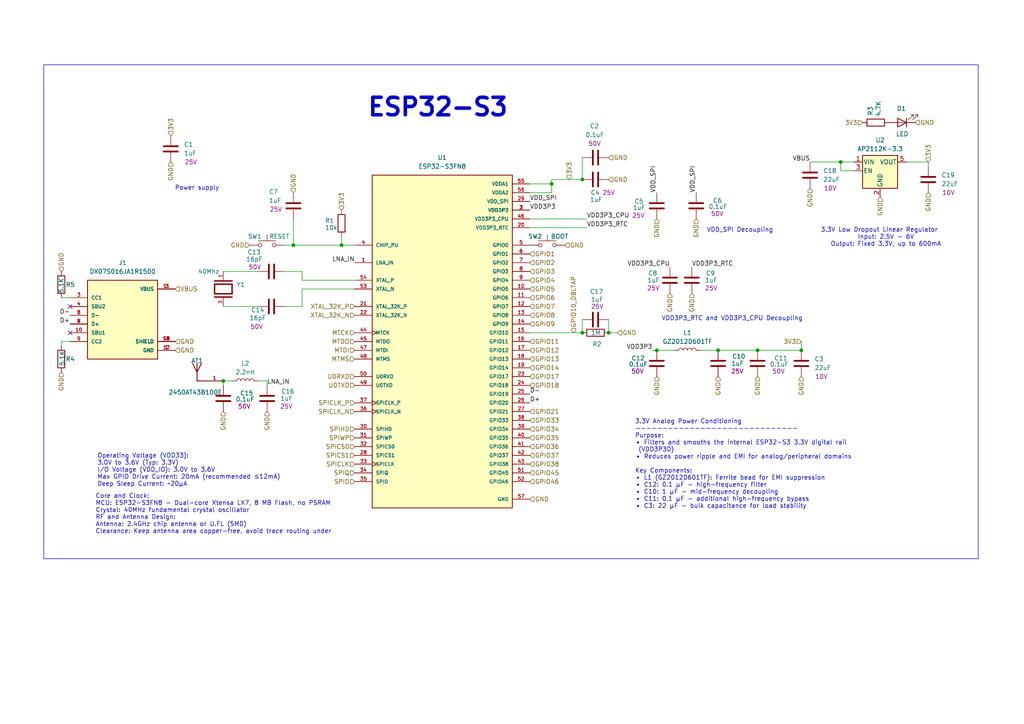
<source format=kicad_sch>
(kicad_sch (version 20250114) (generator "eeschema") (generator_version "9.0")
  (paper "A4")
  (lib_symbols
    (symbol "Device:R" (pin_numbers (hide yes)) (pin_names (offset 0))
      (property "Reference" "R" (at 2.032 0 90))
      (property "Value" "R" (at 0 0 90))
      (symbol "R_0_1"
        (rectangle (start -1.016 -2.54) (end 1.016 2.54) (stroke (width 0.254)))
      )
      (symbol "R_1_1"
        (pin passive line (at 0 3.81 270) (length 1.27) (name "~") (number "1"))
        (pin passive line (at 0 -3.81 90) (length 1.27) (name "~") (number "2"))
      )
    )
    (symbol "Library:2450AT43B100E" (pin_names (offset 1.016))
      (property "Reference" "AT" (at 2.5431 5.0861 0))
      (property "Value" "2450AT43B100E" (at 2.5475 -5.095 0))
      (symbol "2450AT43B100E_0_0"
        (polyline (pts (xy 0 2.54) (xy -1.27 5.08)) (stroke (width 0.254)))
        (polyline (pts (xy 0 2.54) (xy 0 5.08)) (stroke (width 0.254)))
        (polyline (pts (xy 0 2.54) (xy 1.27 5.08)) (stroke (width 0.254)))
        (polyline (pts (xy 0 0) (xy 0 2.54)) (stroke (width 0.254)))
        (polyline (pts (xy 0 0) (xy 2.54 0)) (stroke (width 0.254)))
        (pin passive line (at 7.62 0 180) (length 5.08) (name "~") (number "1"))
      )
    )
    (symbol "Library:C" (pin_numbers (hide yes)) (pin_names (offset 0.254))
      (property "Reference" "C" (at 0.635 2.54 0))
      (property "Value" "C" (at 0.635 -2.54 0))
      (symbol "C_0_1"
        (polyline (pts (xy -2.032 0.762) (xy 2.032 0.762)) (stroke (width 0.508)))
        (polyline (pts (xy -2.032 -0.762) (xy 2.032 -0.762)) (stroke (width 0.508)))
      )
      (symbol "C_1_1"
        (pin passive line (at 0 3.81 270) (length 2.794) (name "~") (number "1"))
        (pin passive line (at 0 -3.81 90) (length 2.794) (name "~") (number "2"))
      )
    )
    (symbol "Library:DX07S016JA1R1500" (pin_names (offset 1.016))
      (property "Reference" "J" (at -10.16 11.43 0))
      (property "Value" "DX07S016JA1R1500" (at -10.16 -13.97 0))
      (symbol "DX07S016JA1R1500_0_0"
        (rectangle (start -10.16 -12.7) (end 10.16 10.16) (stroke (width 0.254)) (fill (type background)))
        (pin passive line (at -15.24 5.08 0) (length 5.08) (name "CC1") (number "3"))
        (pin passive line (at -15.24 2.54 0) (length 5.08) (name "SBU2") (number "4"))
        (pin passive line (at -15.24 0 0) (length 5.08) (name "D-") (number "5"))
        (pin passive line (at -15.24 0 0) (length 5.08) (name "D-") (number "8"))
        (pin passive line (at -15.24 -2.54 0) (length 5.08) (name "D+") (number "6"))
        (pin passive line (at -15.24 -2.54 0) (length 5.08) (name "D+") (number "7"))
        (pin passive line (at -15.24 -5.08 0) (length 5.08) (name "SBU1") (number "10"))
        (pin passive line (at -15.24 -7.62 0) (length 5.08) (name "CC2") (number "9"))
        (pin power_in line (at 15.24 7.62 180) (length 5.08) (name "VBUS") (number "11"))
        (pin power_in line (at 15.24 7.62 180) (length 5.08) (name "VBUS") (number "2"))
        (pin passive line (at 15.24 -7.62 180) (length 5.08) (name "SHIELD") (number "S1"))
        (pin passive line (at 15.24 -7.62 180) (length 5.08) (name "SHIELD") (number "S2"))
        (pin passive line (at 15.24 -7.62 180) (length 5.08) (name "SHIELD") (number "S3"))
        (pin passive line (at 15.24 -7.62 180) (length 5.08) (name "SHIELD") (number "S4"))
        (pin passive line (at 15.24 -7.62 180) (length 5.08) (name "SHIELD") (number "S5"))
        (pin passive line (at 15.24 -7.62 180) (length 5.08) (name "SHIELD") (number "S6"))
        (pin power_in line (at 15.24 -10.16 180) (length 5.08) (name "GND") (number "1"))
        (pin power_in line (at 15.24 -10.16 180) (length 5.08) (name "GND") (number "12"))
      )
    )
    (symbol "Library:ESP32-S3FN8" (pin_names (offset 1.016))
      (property "Reference" "U" (at -20.32 49.53 0))
      (property "Value" "ESP32-S3FN8" (at -20.32 -49.53 0))
      (symbol "ESP32-S3FN8_0_0"
        (rectangle (start -20.32 -48.26) (end 20.32 48.26) (stroke (width 0.254)) (fill (type background)))
        (pin input line (at -25.4 27.94 0) (length 5.08) (name "CHIP_PU") (number "4"))
        (pin bidirectional line (at -25.4 22.86 0) (length 5.08) (name "LNA_IN") (number "1"))
        (pin input line (at -25.4 17.78 0) (length 5.08) (name "XTAL_P") (number "54"))
        (pin output line (at -25.4 15.24 0) (length 5.08) (name "XTAL_N") (number "53"))
        (pin bidirectional line (at -25.4 10.16 0) (length 5.08) (name "XTAL_32K_P") (number "21"))
        (pin bidirectional line (at -25.4 7.62 0) (length 5.08) (name "XTAL_32K_N") (number "22"))
        (pin bidirectional clock (at -25.4 2.54 0) (length 5.08) (name "MTCK") (number "44"))
        (pin bidirectional line (at -25.4 0 0) (length 5.08) (name "MTDO") (number "45"))
        (pin bidirectional line (at -25.4 -2.54 0) (length 5.08) (name "MTDI") (number "47"))
        (pin bidirectional line (at -25.4 -5.08 0) (length 5.08) (name "MTMS") (number "48"))
        (pin bidirectional line (at -25.4 -10.16 0) (length 5.08) (name "U0RXD") (number "50"))
        (pin bidirectional line (at -25.4 -12.7 0) (length 5.08) (name "U0TXD") (number "49"))
        (pin bidirectional clock (at -25.4 -17.78 0) (length 5.08) (name "SPICLK_P") (number "37"))
        (pin bidirectional clock (at -25.4 -20.32 0) (length 5.08) (name "SPICLK_N") (number "36"))
        (pin bidirectional line (at -25.4 -25.4 0) (length 5.08) (name "SPIHD") (number "30"))
        (pin bidirectional line (at -25.4 -27.94 0) (length 5.08) (name "SPIWP") (number "31"))
        (pin bidirectional line (at -25.4 -30.48 0) (length 5.08) (name "SPICS0") (number "32"))
        (pin bidirectional line (at -25.4 -33.02 0) (length 5.08) (name "SPICS1") (number "28"))
        (pin bidirectional clock (at -25.4 -35.56 0) (length 5.08) (name "SPICLK") (number "33"))
        (pin bidirectional line (at -25.4 -38.1 0) (length 5.08) (name "SPIQ") (number "34"))
        (pin bidirectional line (at -25.4 -40.64 0) (length 5.08) (name "SPID") (number "35"))
        (pin power_in line (at 25.4 45.72 180) (length 5.08) (name "VDDA1") (number "55"))
        (pin power_in line (at 25.4 43.18 180) (length 5.08) (name "VDDA2") (number "56"))
        (pin power_in line (at 25.4 40.64 180) (length 5.08) (name "VDD_SPI") (number "29"))
        (pin power_in line (at 25.4 38.1 180) (length 5.08) (name "VDD3P3") (number "2"))
        (pin power_in line (at 25.4 38.1 180) (length 5.08) (name "VDD3P3") (number "3"))
        (pin power_in line (at 25.4 35.56 180) (length 5.08) (name "VDD3P3_CPU") (number "46"))
        (pin power_in line (at 25.4 33.02 180) (length 5.08) (name "VDD3P3_RTC") (number "20"))
        (pin bidirectional line (at 25.4 27.94 180) (length 5.08) (name "GPIO0") (number "5"))
        (pin bidirectional line (at 25.4 25.4 180) (length 5.08) (name "GPIO1") (number "6"))
        (pin bidirectional line (at 25.4 22.86 180) (length 5.08) (name "GPIO2") (number "7"))
        (pin bidirectional line (at 25.4 20.32 180) (length 5.08) (name "GPIO3") (number "8"))
        (pin bidirectional line (at 25.4 17.78 180) (length 5.08) (name "GPIO4") (number "9"))
        (pin bidirectional line (at 25.4 15.24 180) (length 5.08) (name "GPIO5") (number "10"))
        (pin bidirectional line (at 25.4 12.7 180) (length 5.08) (name "GPIO6") (number "11"))
        (pin bidirectional line (at 25.4 10.16 180) (length 5.08) (name "GPIO7") (number "12"))
        (pin bidirectional line (at 25.4 7.62 180) (length 5.08) (name "GPIO8") (number "13"))
        (pin bidirectional line (at 25.4 5.08 180) (length 5.08) (name "GPIO9") (number "14"))
        (pin bidirectional line (at 25.4 2.54 180) (length 5.08) (name "GPIO10") (number "15"))
        (pin bidirectional line (at 25.4 0 180) (length 5.08) (name "GPIO11") (number "16"))
        (pin bidirectional line (at 25.4 -2.54 180) (length 5.08) (name "GPIO12") (number "17"))
        (pin bidirectional line (at 25.4 -5.08 180) (length 5.08) (name "GPIO13") (number "18"))
        (pin bidirectional line (at 25.4 -7.62 180) (length 5.08) (name "GPIO14") (number "19"))
        (pin bidirectional line (at 25.4 -10.16 180) (length 5.08) (name "GPIO17") (number "23"))
        (pin bidirectional line (at 25.4 -12.7 180) (length 5.08) (name "GPIO18") (number "24"))
        (pin bidirectional line (at 25.4 -15.24 180) (length 5.08) (name "GPIO19") (number "25"))
        (pin bidirectional line (at 25.4 -17.78 180) (length 5.08) (name "GPIO20") (number "26"))
        (pin bidirectional line (at 25.4 -20.32 180) (length 5.08) (name "GPIO21") (number "27"))
        (pin bidirectional line (at 25.4 -22.86 180) (length 5.08) (name "GPIO33") (number "38"))
        (pin bidirectional line (at 25.4 -25.4 180) (length 5.08) (name "GPIO34") (number "39"))
        (pin bidirectional line (at 25.4 -27.94 180) (length 5.08) (name "GPIO35") (number "40"))
        (pin bidirectional line (at 25.4 -30.48 180) (length 5.08) (name "GPIO36") (number "41"))
        (pin bidirectional line (at 25.4 -33.02 180) (length 5.08) (name "GPIO37") (number "42"))
        (pin bidirectional line (at 25.4 -35.56 180) (length 5.08) (name "GPIO38") (number "43"))
        (pin bidirectional line (at 25.4 -38.1 180) (length 5.08) (name "GPIO45") (number "51"))
        (pin bidirectional line (at 25.4 -40.64 180) (length 5.08) (name "GPIO46") (number "52"))
        (pin power_in line (at 25.4 -45.72 180) (length 5.08) (name "GND") (number "57"))
      )
    )
    (symbol "Library:L" (pin_numbers (hide yes)) (pin_names (offset 1.016) (hide yes))
      (property "Reference" "L" (at -1.27 0 90))
      (property "Value" "L" (at 1.905 0 90))
      (symbol "L_0_1"
        (arc (start 0 2.54) (mid 0.6323 1.905) (end 0 1.27))
        (arc (start 0 1.27) (mid 0.6323 0.635) (end 0 0))
        (arc (start 0 0) (mid 0.6323 -0.635) (end 0 -1.27))
        (arc (start 0 -1.27) (mid 0.6323 -1.905) (end 0 -2.54))
      )
      (symbol "L_1_1"
        (pin passive line (at 0 3.81 270) (length 1.27) (name "1") (number "1"))
        (pin passive line (at 0 -3.81 90) (length 1.27) (name "2") (number "2"))
      )
    )
    (symbol "Library:LED" (pin_numbers (hide yes)) (pin_names (offset 1.016) (hide yes))
      (property "Reference" "D" (at 0 2.54 0))
      (property "Value" "LED" (at 0 -2.54 0))
      (symbol "LED_0_1"
        (polyline (pts (xy -3.048 -0.762) (xy -4.572 -2.286) (xy -3.81 -2.286) (xy -4.572 -2.286) (xy -4.572 -1.524)))
        (polyline (pts (xy -1.778 -0.762) (xy -3.302 -2.286) (xy -2.54 -2.286) (xy -3.302 -2.286) (xy -3.302 -1.524)))
        (polyline (pts (xy -1.27 0) (xy 1.27 0)))
        (polyline (pts (xy -1.27 -1.27) (xy -1.27 1.27)) (stroke (width 0.254)))
        (polyline (pts (xy 1.27 -1.27) (xy 1.27 1.27) (xy -1.27 0) (xy 1.27 -1.27)) (stroke (width 0.254)))
      )
      (symbol "LED_1_1"
        (pin passive line (at -3.81 0 0) (length 2.54) (name "K") (number "1"))
        (pin passive line (at 3.81 0 180) (length 2.54) (name "A") (number "2"))
      )
    )
    (symbol "Library:R" (pin_numbers (hide yes)) (pin_names (offset 0))
      (property "Reference" "R" (at 2.032 0 90))
      (property "Value" "R" (at 0 0 90))
      (symbol "R_0_1"
        (rectangle (start -1.016 -2.54) (end 1.016 2.54) (stroke (width 0.254)))
      )
      (symbol "R_1_1"
        (pin passive line (at 0 3.81 270) (length 1.27) (name "~") (number "1"))
        (pin passive line (at 0 -3.81 90) (length 1.27) (name "~") (number "2"))
      )
    )
    (symbol "Library:SW_Push" (pin_numbers (hide yes)) (pin_names (offset 1.016) (hide yes))
      (property "Reference" "SW" (at 1.27 2.54 0))
      (property "Value" "SW_Push" (at 0 -1.524 0))
      (symbol "SW_Push_0_1"
        (circle (center -2.032 0) (radius 0.508))
        (polyline (pts (xy 0 1.27) (xy 0 3.048)))
        (circle (center 2.032 0) (radius 0.508))
        (polyline (pts (xy 2.54 1.27) (xy -2.54 1.27)))
        (pin passive line (at -5.08 0 0) (length 2.54) (name "1") (number "1"))
        (pin passive line (at 5.08 0 180) (length 2.54) (name "2") (number "2"))
      )
    )
    (symbol "Library:SXT32412CC38-40.000MT" (pin_names (offset 1.016))
      (property "Reference" "Y" (at -5.0878 3.8159 0))
      (property "Value" "SXT32412CC38-40.000MT" (at -5.0944 -5.0944 0))
      (symbol "SXT32412CC38-40.000MT_0_0"
        (polyline (pts (xy -2.3368 2.54) (xy -2.3368 -2.54)) (stroke (width 0.4064)))
        (polyline (pts (xy -1.397 2.54) (xy -1.397 -2.54)) (stroke (width 0.4064)))
        (polyline (pts (xy -1.397 2.54) (xy 1.397 2.54)) (stroke (width 0.4064)))
        (polyline (pts (xy 1.397 2.54) (xy 1.397 -2.54)) (stroke (width 0.4064)))
        (polyline (pts (xy 1.397 -2.54) (xy -1.397 -2.54)) (stroke (width 0.4064)))
        (polyline (pts (xy 2.3368 2.54) (xy 2.3368 -2.54)) (stroke (width 0.4064)))
        (pin passive line (at -5.08 0 0) (length 2.54) (name "~") (number "1"))
        (pin passive line (at 5.08 0 180) (length 2.54) (name "~") (number "3"))
      )
    )
    (symbol "Regulator_Linear:AP2112K-3.3" (pin_names (offset 0.254))
      (property "Reference" "U" (at -5.08 5.715 0))
      (property "Value" "AP2112K-3.3" (at 0 5.715 0))
      (symbol "AP2112K-3.3_0_1"
        (rectangle (start -5.08 4.445) (end 5.08 -5.08) (stroke (width 0.254)) (fill (type background)))
      )
      (symbol "AP2112K-3.3_1_1"
        (pin power_in line (at -7.62 2.54 0) (length 2.54) (name "VIN") (number "1"))
        (pin input line (at -7.62 0 0) (length 2.54) (name "EN") (number "3"))
        (pin power_in line (at 0 -7.62 90) (length 2.54) (name "GND") (number "2"))
        (pin no_connect line (at 5.08 0 180) (length 2.54) (hide yes) (name "NC") (number "4"))
        (pin power_out line (at 7.62 2.54 180) (length 2.54) (name "VOUT") (number "5"))
      )
    )
  )
  (rectangle (start 12.7 18.796) (end 283.718 162.052))
  (text "ESP32-S3" (at 127 31.242 0) (effects (font (size 5.08 5.08) (thickness 1.016) (bold yes))))
  (text "Power supply\n" (at 57.15 54.61 0) (effects (font (size 1.27 1.27))))
  (text "VDD_SPI Decoupling" (at 214.63 66.802 0) (effects (font (size 1.27 1.27))))
  (text "VDD3P3_RTC and VDD3P3_CPU Decoupling" (at 212.344 92.456 0) (effects (font (size 1.27 1.27))))
  (text "\nCore and Clock:\nMCU: ESP32-S3FN8 - Dual-core Xtensa LX7, 8 MB Flash, no PSRAM\nCrystal: 40MHz fundamental crystal oscillator\nRF and Antenna Design:\nAntenna: 2.4GHz chip antenna or U.FL (SMD)\nClearance: Keep antenna area copper-free, avoid trace routing under" (at 27.686 148.082 0) (effects (font (size 1.27 1.27)) (justify left)))
  (text "Operating Voltage (VDD33): \n3.0 V to 3.6 V (Typ: 3.3 V)\nI/O Voltage (VDD_IO): 3.0 V to 3.6 V\nMax GPIO Drive Current: 20 mA (recommended ≤12 mA)\nDeep Sleep Current: ~20 µA" (at 28.194 136.398 0) (effects (font (size 1.27 1.27)) (justify left)))
  (text "3.3V Analog Power Conditioning\n------------------------------\nPurpose:\n• Filters and smooths the internal ESP32-S3 3.3V digital rail\n (VDD3P3D)\n• Reduces power ripple and EMI for analog/peripheral domains\n\nKey Components:\n• L1 (GZ2012D601TF): Ferrite bead for EMI suppression\n• C12: 0.1 µF - high-frequency filter\n• C10: 1 µF - mid-frequency decoupling\n• C11: 0.1 µF - additional high-frequency bypass\n• C3: 22 µF - bulk capacitance for load stability" (at 184.15 134.62 0) (effects (font (size 1.27 1.27)) (justify left)))
  (text "3.3 V Low Dropout Linear Regulator\n    Input: 2.5 V - 6 V\n    Output: Fixed 3.3 V, up to 600 mA" (at 255.016 68.834 0) (effects (font (size 1.27 1.27))))
  (junction (at 243.84 46.99))
  (junction (at 168.91 96.52))
  (junction (at 64.77 110.49))
  (junction (at 85.09 71.12))
  (junction (at 190.5 101.6))
  (junction (at 99.06 71.12))
  (junction (at 208.28 101.6))
  (junction (at 160.02 53.34))
  (junction (at 168.91 52.07))
  (junction (at 232.41 101.6))
  (junction (at 219.71 101.6))
  (junction (at 176.53 96.52))
  (no_connect (at 20.32 88.9))
  (no_connect (at 20.32 96.52))
  (wire (pts (xy 64.77 78.74) (xy 74.93 78.74)))
  (wire (pts (xy 74.93 110.49) (xy 77.47 110.49)))
  (wire (pts (xy 85.09 71.12) (xy 99.06 71.12)))
  (wire (pts (xy 269.24 46.99) (xy 269.24 48.26)))
  (wire (pts (xy 168.91 92.71) (xy 168.91 96.52)))
  (wire (pts (xy 219.71 101.6) (xy 232.41 101.6)))
  (wire (pts (xy 82.55 78.74) (xy 87.63 78.74)))
  (wire (pts (xy 87.63 81.28) (xy 102.87 81.28)))
  (wire (pts (xy 87.63 78.74) (xy 87.63 81.28)))
  (wire (pts (xy 176.53 92.71) (xy 176.53 96.52)))
  (wire (pts (xy 99.06 71.12) (xy 99.06 68.58)))
  (wire (pts (xy 87.63 83.82) (xy 102.87 83.82)))
  (wire (pts (xy 234.95 46.99) (xy 243.84 46.99)))
  (wire (pts (xy 243.84 49.53) (xy 243.84 46.99)))
  (wire (pts (xy 82.55 71.12) (xy 85.09 71.12)))
  (wire (pts (xy 87.63 88.9) (xy 87.63 83.82)))
  (wire (pts (xy 64.77 88.9) (xy 74.93 88.9)))
  (wire (pts (xy 17.78 99.06) (xy 17.78 100.33)))
  (wire (pts (xy 64.77 110.49) (xy 67.31 110.49)))
  (wire (pts (xy 153.67 53.34) (xy 160.02 53.34)))
  (wire (pts (xy 102.87 71.12) (xy 99.06 71.12)))
  (wire (pts (xy 153.67 96.52) (xy 168.91 96.52)))
  (wire (pts (xy 168.91 52.07) (xy 168.91 45.72)))
  (wire (pts (xy 160.02 52.07) (xy 168.91 52.07)))
  (wire (pts (xy 160.02 55.88) (xy 160.02 53.34)))
  (wire (pts (xy 17.78 86.36) (xy 20.32 86.36)))
  (wire (pts (xy 77.47 110.49) (xy 77.47 111.76)))
  (wire (pts (xy 243.84 46.99) (xy 247.65 46.99)))
  (wire (pts (xy 153.67 55.88) (xy 160.02 55.88)))
  (wire (pts (xy 208.28 101.6) (xy 219.71 101.6)))
  (wire (pts (xy 153.67 66.04) (xy 170.18 66.04)))
  (wire (pts (xy 247.65 49.53) (xy 243.84 49.53)))
  (wire (pts (xy 203.2 101.6) (xy 208.28 101.6)))
  (wire (pts (xy 170.18 63.5) (xy 153.67 63.5)))
  (wire (pts (xy 176.53 96.52) (xy 179.07 96.52)))
  (wire (pts (xy 20.32 99.06) (xy 17.78 99.06)))
  (wire (pts (xy 160.02 53.34) (xy 160.02 52.07)))
  (wire (pts (xy 190.5 101.6) (xy 195.58 101.6)))
  (wire (pts (xy 189.23 101.6) (xy 190.5 101.6)))
  (wire (pts (xy 85.09 63.5) (xy 85.09 71.12)))
  (wire (pts (xy 232.41 99.06) (xy 232.41 101.6)))
  (wire (pts (xy 64.77 110.49) (xy 64.77 111.76)))
  (wire (pts (xy 82.55 88.9) (xy 87.63 88.9)))
  (wire (pts (xy 262.89 46.99) (xy 269.24 46.99)))
  (label "LNA_IN" (at 102.87 76.2 180))
  (label "VDD3P3" (at 189.23 101.6 180))
  (label "VDD3P3_RTC" (at 200.66 77.47 0))
  (label "VDD3P3_RTC" (at 170.18 66.04 0))
  (label "D+" (at 20.32 93.98 180))
  (label "VDD3P3_CPU" (at 170.18 63.5 0))
  (label "D-" (at 20.32 91.44 180))
  (label "D+" (at 153.67 116.84 0))
  (label "VDD_SPI" (at 190.5 55.88 90))
  (label "LNA_IN" (at 77.47 111.76 0))
  (label "VDD3P3_CPU" (at 194.31 77.47 180))
  (label "D-" (at 153.67 114.3 0))
  (label "VDD_SPI" (at 153.67 58.42 0))
  (label "VDD3P3" (at 153.67 60.96 0))
  (label "VDD_SPI" (at 201.93 55.88 90))
  (label "VBUS" (at 234.95 46.99 180))
  (hierarchical_label "SPICS1" (shape input) (at 102.87 132.08 180))
  (hierarchical_label "SPICLK_N" (shape input) (at 102.87 119.38 180))
  (hierarchical_label "XTAL_32K_P" (shape input) (at 102.87 88.9 180))
  (hierarchical_label "GPIO11" (shape input) (at 153.67 99.06 0))
  (hierarchical_label "GND" (shape input) (at 179.07 96.52 0))
  (hierarchical_label "GPIO46" (shape input) (at 153.67 139.7 0))
  (hierarchical_label "SPIWP" (shape input) (at 102.87 127 180))
  (hierarchical_label "GPIO7" (shape input) (at 153.67 88.9 0))
  (hierarchical_label "SPICS0" (shape input) (at 102.87 129.54 180))
  (hierarchical_label "GPIO12" (shape input) (at 153.67 101.6 0))
  (hierarchical_label "MTDI" (shape input) (at 102.87 101.6 180))
  (hierarchical_label "GND" (shape input) (at 208.28 109.22 270))
  (hierarchical_label "GND" (shape input) (at 232.41 109.22 270))
  (hierarchical_label "GND" (shape input) (at 234.95 54.61 270))
  (hierarchical_label "MTDO" (shape input) (at 102.87 99.06 180))
  (hierarchical_label "GPIO8" (shape input) (at 153.67 91.44 0))
  (hierarchical_label "GND" (shape input) (at 50.8 99.06 0))
  (hierarchical_label "GND" (shape input) (at 49.53 46.99 270))
  (hierarchical_label "MTCK" (shape input) (at 102.87 96.52 180))
  (hierarchical_label "GPIO18" (shape input) (at 153.67 111.76 0))
  (hierarchical_label "GPIO33" (shape input) (at 153.67 121.92 0))
  (hierarchical_label "GND" (shape input) (at 50.8 101.6 0))
  (hierarchical_label "GPIO10_DBLTAP" (shape input) (at 166.37 96.52 90))
  (hierarchical_label "3V3" (shape input) (at 165.1 52.07 90))
  (hierarchical_label "GND" (shape input) (at 17.78 107.95 270))
  (hierarchical_label "SPIHD" (shape input) (at 102.87 124.46 180))
  (hierarchical_label "GPIO38" (shape input) (at 153.67 134.62 0))
  (hierarchical_label "SPICLK_P" (shape input) (at 102.87 116.84 180))
  (hierarchical_label "GND" (shape input) (at 265.43 35.56 0))
  (hierarchical_label "GND" (shape input) (at 163.83 71.12 0))
  (hierarchical_label "3V3" (shape input) (at 232.41 99.06 180))
  (hierarchical_label "GPIO17" (shape input) (at 153.67 109.22 0))
  (hierarchical_label "GND" (shape input) (at 269.24 55.88 270))
  (hierarchical_label "GND" (shape input) (at 176.53 45.72 0))
  (hierarchical_label "GND" (shape input) (at 153.67 144.78 0))
  (hierarchical_label "GPIO36" (shape input) (at 153.67 129.54 0))
  (hierarchical_label "GND" (shape input) (at 255.27 57.15 270))
  (hierarchical_label "GND" (shape input) (at 176.53 52.07 0))
  (hierarchical_label "GPIO21" (shape input) (at 153.67 119.38 0))
  (hierarchical_label "GPIO37" (shape input) (at 153.67 132.08 0))
  (hierarchical_label "SPID" (shape input) (at 102.87 139.7 180))
  (hierarchical_label "GND" (shape input) (at 64.77 119.38 270))
  (hierarchical_label "3V3" (shape input) (at 250.19 35.56 180))
  (hierarchical_label "GPIO4" (shape input) (at 153.67 81.28 0))
  (hierarchical_label "GPIO5" (shape input) (at 153.67 83.82 0))
  (hierarchical_label "GND" (shape input) (at 200.66 85.09 270))
  (hierarchical_label "GND" (shape input) (at 194.31 85.09 270))
  (hierarchical_label "GPIO13" (shape input) (at 153.67 104.14 0))
  (hierarchical_label "GND" (shape input) (at 190.5 63.5 270))
  (hierarchical_label "SPIQ" (shape input) (at 102.87 137.16 180))
  (hierarchical_label "U0RXD" (shape input) (at 102.87 109.22 180))
  (hierarchical_label "GND" (shape input) (at 77.47 119.38 270))
  (hierarchical_label "GND" (shape input) (at 72.39 71.12 180))
  (hierarchical_label "SPICLK" (shape input) (at 102.87 134.62 180))
  (hierarchical_label "U0TXD" (shape input) (at 102.87 111.76 180))
  (hierarchical_label "3V3" (shape input) (at 99.06 60.96 90))
  (hierarchical_label "GPIO45" (shape input) (at 153.67 137.16 0))
  (hierarchical_label "GPIO34" (shape input) (at 153.67 124.46 0))
  (hierarchical_label "GND" (shape input) (at 190.5 109.22 270))
  (hierarchical_label "VBUS" (shape input) (at 50.8 83.82 0))
  (hierarchical_label "3V3" (shape input) (at 269.24 46.99 90))
  (hierarchical_label "XTAL_32K_N" (shape input) (at 102.87 91.44 180))
  (hierarchical_label "3V3" (shape input) (at 49.53 39.37 90))
  (hierarchical_label "GPIO6" (shape input) (at 153.67 86.36 0))
  (hierarchical_label "GND" (shape input) (at 219.71 109.22 270))
  (hierarchical_label "GPIO1" (shape input) (at 153.67 73.66 0))
  (hierarchical_label "GPIO2" (shape input) (at 153.67 76.2 0))
  (hierarchical_label "MTMS" (shape input) (at 102.87 104.14 180))
  (hierarchical_label "GND" (shape input) (at 85.09 55.88 90))
  (hierarchical_label "GPIO9" (shape input) (at 153.67 93.98 0))
  (hierarchical_label "GPIO3" (shape input) (at 153.67 78.74 0))
  (hierarchical_label "GND" (shape input) (at 201.93 63.5 270))
  (hierarchical_label "GPIO35" (shape input) (at 153.67 127 0))
  (hierarchical_label "GND" (shape input) (at 17.78 78.74 90))
  (hierarchical_label "GPIO14" (shape input) (at 153.67 106.68 0))
  (symbol (lib_id "Library:C") (at 190.5 59.69 180) (unit 1)
    (property "Reference" "C5" (at 186.69 58.42 0) (effects (justify left)))
    (property "Value" "1uF" (at 187.198 60.198 0) (effects (justify left)))
    (property "Footprint" "Capacitor_SMD:C_0603_1608Metric" (effects (hide yes)))
    (property "Description" "Unpolarized capacitor" (effects (hide yes)))
    (property "package" "0603" (effects (hide yes)))
    (property "LCSC Part#" "C29936" (effects (hide yes)))
    (property "MPN" "CL10B105KA8NNNC" (effects (hide yes)))
    (property "Voltage" "25V" (at 185.166 62.484 0))
  )
  (symbol (lib_id "Library:C") (at 64.77 115.57 0) (unit 1)
    (property "Reference" "C15" (at 69.596 114.046 0) (effects (justify left)))
    (property "Value" "0.1uF" (at 68.326 115.824 0) (effects (justify left)))
    (property "Footprint" "Capacitor_SMD:C_0603_1608Metric" (effects (hide yes)))
    (property "Description" "Unpolarized capacitor" (effects (hide yes)))
    (property "package" "0603" (effects (hide yes)))
    (property "LCSC Part#" "C14663" (effects (hide yes)))
    (property "MPN" "CC0603KRX7R9BB104" (effects (hide yes)))
    (property "Voltage" "50V" (at 70.866 117.856 0))
  )
  (symbol (lib_id "Library:C") (at 200.66 81.28 0) (unit 1)
    (property "Reference" "C9" (at 204.724 79.2479 0) (effects (justify left)))
    (property "Value" "1uF" (at 204.47 81.28 0) (effects (justify left)))
    (property "Footprint" "Capacitor_SMD:C_0603_1608Metric" (effects (hide yes)))
    (property "Description" "Unpolarized capacitor" (effects (hide yes)))
    (property "package" "0603" (effects (hide yes)))
    (property "LCSC Part#" "C29936" (effects (hide yes)))
    (property "MPN" "CL10B105KA8NNNC" (effects (hide yes)))
    (property "Voltage" "25V" (at 206.248 83.566 0))
  )
  (symbol (lib_id "Library:C") (at 219.71 105.41 0) (unit 1)
    (property "Reference" "C11" (at 224.536 103.886 0) (effects (justify left)))
    (property "Value" "0.1uF" (at 223.266 105.664 0) (effects (justify left)))
    (property "Footprint" "Capacitor_SMD:C_0603_1608Metric" (effects (hide yes)))
    (property "Description" "Unpolarized capacitor" (effects (hide yes)))
    (property "package" "0603" (effects (hide yes)))
    (property "LCSC Part#" "C14663" (effects (hide yes)))
    (property "MPN" "CC0603KRX7R9BB104" (effects (hide yes)))
    (property "Voltage" "50V" (at 225.806 107.696 0))
  )
  (symbol (lib_id "Library:C") (at 78.74 78.74 90) (unit 1)
    (property "Reference" "C13" (at 75.692 73.152 90) (effects (justify left)))
    (property "Value" "16pF" (at 76.2 75.184 90) (effects (justify left)))
    (property "Footprint" "Capacitor_SMD:C_0603_1608Metric" (effects (hide yes)))
    (property "Description" "Unpolarized capacitor" (effects (hide yes)))
    (property "package" "0603" (effects (hide yes)))
    (property "LCSC Part#" "C519489" (effects (hide yes)))
    (property "MPN" "CC0603FRNPO9BN160" (effects (hide yes)))
    (property "Voltage" "50V" (at 73.914 77.47 90))
  )
  (symbol (lib_id "Library:C") (at 77.47 115.57 0) (unit 1)
    (property "Reference" "C16" (at 81.534 113.5379 0) (effects (justify left)))
    (property "Value" "1uF" (at 81.28 115.57 0) (effects (justify left)))
    (property "Footprint" "Capacitor_SMD:C_0603_1608Metric" (effects (hide yes)))
    (property "Description" "Unpolarized capacitor" (effects (hide yes)))
    (property "package" "0603" (effects (hide yes)))
    (property "LCSC Part#" "C29936" (effects (hide yes)))
    (property "MPN" "CL10B105KA8NNNC" (effects (hide yes)))
    (property "Voltage" "25V" (at 83.058 117.856 0))
  )
  (symbol (lib_id "Library:SW_Push") (at 77.47 71.12 0) (unit 1)
    (property "Reference" "SW1" (at 73.914 68.58 0))
    (property "Value" "RESET" (at 81.026 68.58 0))
    (property "Footprint" "Button_Switch_SMD:SW_Push_SPST_NO_Alps_SKRK" (effects (hide yes)))
    (property "Description" "Push button switch, generic, two pins" (effects (hide yes)))
    (property "LCSC Part#" "C455280" (effects (hide yes)))
    (property "MPN" "TS-1088R-02026" (effects (hide yes)))
  )
  (symbol (lib_id "Library:LED") (at 261.62 35.56 180) (unit 1)
    (property "Reference" "D1" (at 260.096 31.496 0) (effects (justify right)))
    (property "Value" "LED" (at 259.842 38.862 0) (effects (justify right)))
    (property "Footprint" "LED_SMD:LED_0603_1608Metric_Pad1.05x0.95mm_HandSolder" (effects (hide yes)))
    (property "Description" "Light emitting diode" (effects (hide yes)))
    (property "LCSC_part#" "C2286" (effects (hide yes)))
    (property "MPN" "KT-0603R " (effects (hide yes)))
  )
  (symbol (lib_id "Library:C") (at 49.53 43.18 0) (unit 1)
    (property "Reference" "C1" (at 53.34 41.9099 0) (effects (justify left)))
    (property "Value" "1uF" (at 53.34 44.4499 0) (effects (justify left)))
    (property "Footprint" "Capacitor_SMD:C_0603_1608Metric" (effects (hide yes)))
    (property "Description" "Unpolarized capacitor" (effects (hide yes)))
    (property "package" "0603" (effects (hide yes)))
    (property "LCSC Part#" "C29936" (effects (hide yes)))
    (property "MPN" "CL10B105KA8NNNC" (effects (hide yes)))
    (property "Voltage" "25V" (at 55.372 46.99 0))
  )
  (symbol (lib_id "Library:C") (at 78.74 88.9 90) (unit 1)
    (property "Reference" "C14" (at 76.708 89.916 90) (effects (justify left)))
    (property "Value" "16pF" (at 77.216 92.202 90) (effects (justify left)))
    (property "Footprint" "Capacitor_SMD:C_0603_1608Metric" (effects (hide yes)))
    (property "Description" "Unpolarized capacitor" (effects (hide yes)))
    (property "package" "0603" (effects (hide yes)))
    (property "LCSC Part#" "C519489" (effects (hide yes)))
    (property "MPN" "CC0603FRNPO9BN160" (effects (hide yes)))
    (property "Voltage" "50V" (at 74.422 94.742 90))
  )
  (symbol (lib_id "Library:C") (at 85.09 59.69 0) (unit 1)
    (property "Reference" "C7" (at 77.978 55.6259 0) (effects (justify left)))
    (property "Value" "1uF" (at 77.978 58.1659 0) (effects (justify left)))
    (property "Footprint" "Capacitor_SMD:C_0603_1608Metric" (effects (hide yes)))
    (property "Description" "Unpolarized capacitor" (effects (hide yes)))
    (property "package" "0603" (effects (hide yes)))
    (property "LCSC Part#" "C29936" (effects (hide yes)))
    (property "MPN" "CL10B105KA8NNNC" (effects (hide yes)))
    (property "Voltage" "25V" (at 80.01 60.706 0))
  )
  (symbol (lib_id "Library:R") (at 99.06 64.77 0) (unit 1)
    (property "Reference" "R1" (at 94.234 64.008 0) (effects (justify left)))
    (property "Value" "10k" (at 94.234 66.04 0) (effects (justify left)))
    (property "Footprint" "Resistor_SMD:R_0603_1608Metric" (effects (hide yes)))
    (property "Description" "Resistor" (effects (hide yes)))
    (property "package" "0603" (effects (hide yes)))
    (property "MPN" "0603WAF1002T5E" (effects (hide yes)))
  )
  (symbol (lib_id "Device:R") (at 17.78 104.14 0) (unit 1)
    (property "Reference" "R4" (at 19.05 104.14 0) (effects (justify left)))
    (property "Value" "5.1K" (at 18.034 106.172 90) (effects (justify left)))
    (property "Footprint" "Resistor_SMD:R_0603_1608Metric_Pad0.98x0.95mm_HandSolder" (effects (hide yes)))
    (property "LCSC" "C14677" (effects (hide yes)))
    (property "MPN" "RC0603JR-075K1L" (effects (hide yes)))
  )
  (symbol (lib_id "Regulator_Linear:AP2112K-3.3") (at 255.27 49.53 0) (unit 1)
    (property "Reference" "U2" (at 255.27 40.64 0))
    (property "Value" "AP2112K-3.3" (at 255.27 43.18 0))
    (property "Footprint" "Package_TO_SOT_SMD:SOT-23-5" (effects (hide yes)))
    (property "Datasheet" "https://www.diodes.com/assets/Datasheets/AP2112.pdf" (effects (hide yes)))
    (property "Description" "600mA low dropout linear regulator, with enable pin, 3.8V-6V input voltage range, 3.3V fixed positive output, SOT-23-5" (effects (hide yes)))
    (property "LCSC Part#" "C51118" (effects (hide yes)))
    (property "MPN" "AP2112K-3.3TRG1" (effects (hide yes)))
  )
  (symbol (lib_id "Library:C") (at 201.93 59.69 0) (unit 1)
    (property "Reference" "C6" (at 206.756 58.166 0) (effects (justify left)))
    (property "Value" "0.1uF" (at 205.486 59.944 0) (effects (justify left)))
    (property "Footprint" "Capacitor_SMD:C_0603_1608Metric" (effects (hide yes)))
    (property "Description" "Unpolarized capacitor" (effects (hide yes)))
    (property "package" "0603" (effects (hide yes)))
    (property "LCSC Part#" "C14663" (effects (hide yes)))
    (property "MPN" "CC0603KRX7R9BB104" (effects (hide yes)))
    (property "Voltage" "50V" (at 208.026 61.976 0))
  )
  (symbol (lib_id "Library:R") (at 172.72 96.52 90) (unit 1)
    (property "Reference" "R2" (at 174.498 99.822 90) (effects (justify left)))
    (property "Value" "1M" (at 174.244 96.52 90) (effects (justify left)))
    (property "Footprint" "Resistor_SMD:R_0603_1608Metric" (effects (hide yes)))
    (property "Description" "Resistor" (effects (hide yes)))
    (property "package" "0603" (effects (hide yes)))
    (property "MPN" "0603WAF1004T5E" (effects (hide yes)))
    (property "LCSC Part#" "C22935" (effects (hide yes)))
  )
  (symbol (lib_id "Library:C") (at 172.72 52.07 90) (unit 1)
    (property "Reference" "C4" (at 173.99 55.88 90) (effects (justify left)))
    (property "Value" "1uF" (at 174.7519 57.912 90) (effects (justify left)))
    (property "Footprint" "Capacitor_SMD:C_0603_1608Metric" (effects (hide yes)))
    (property "Description" "Unpolarized capacitor" (effects (hide yes)))
    (property "package" "0603" (effects (hide yes)))
    (property "LCSC Part#" "C29936" (effects (hide yes)))
    (property "MPN" "CL10B105KA8NNNC" (effects (hide yes)))
    (property "Voltage" "25V" (at 176.53 55.88 90))
  )
  (symbol (lib_id "Library:C") (at 269.24 52.07 0) (unit 1)
    (property "Reference" "C19" (at 273.05 50.7999 0) (effects (justify left)))
    (property "Value" "22uF" (at 273.05 53.3399 0) (effects (justify left)))
    (property "Footprint" "Capacitor_SMD:C_0603_1608Metric" (effects (hide yes)))
    (property "Description" "Unpolarized capacitor" (effects (hide yes)))
    (property "package" "0603" (effects (hide yes)))
    (property "LCSC Part#" "C109447" (effects (hide yes)))
    (property "MPN" "CC0603MRX5R6BB226" (effects (hide yes)))
    (property "Voltage" "10V" (at 275.082 55.88 0))
  )
  (symbol (lib_id "Library:ESP32-S3FN8") (at 128.27 99.06 0) (unit 1)
    (property "Reference" "U1" (at 128.27 45.72 0))
    (property "Value" "ESP32-S3FN8" (at 128.27 48.26 0))
    (property "Footprint" "ESP32-S3FN8:QFN40P700X700X90-57N" (effects (hide yes)))
    (property "LCSC Part#" "C2913196" (effects (hide yes)))
    (property "MPN" "ESP32-S3FN8" (effects (hide yes)))
  )
  (symbol (lib_id "Library:C") (at 190.5 105.41 0) (unit 1)
    (property "Reference" "C12" (at 183.134 103.886 0) (effects (justify left)))
    (property "Value" "0.1uF" (at 182.372 105.664 0) (effects (justify left)))
    (property "Footprint" "Capacitor_SMD:C_0603_1608Metric" (effects (hide yes)))
    (property "Description" "Unpolarized capacitor" (effects (hide yes)))
    (property "package" "0603" (effects (hide yes)))
    (property "LCSC Part#" "C14663" (effects (hide yes)))
    (property "MPN" "CC0603KRX7R9BB104" (effects (hide yes)))
    (property "Voltage" "50V" (at 184.912 107.696 0))
  )
  (symbol (lib_id "Library:C") (at 172.72 92.71 90) (unit 1)
    (property "Reference" "C17" (at 175.006 84.582 90) (effects (justify left)))
    (property "Value" "1uF" (at 175.006 86.868 90) (effects (justify left)))
    (property "Footprint" "Capacitor_SMD:C_0603_1608Metric" (effects (hide yes)))
    (property "Description" "Unpolarized capacitor" (effects (hide yes)))
    (property "package" "0603" (effects (hide yes)))
    (property "LCSC Part#" "C29936" (effects (hide yes)))
    (property "MPN" "CL10B105KA8NNNC" (effects (hide yes)))
    (property "Voltage" "25V" (at 173.228 88.9 90))
  )
  (symbol (lib_id "Library:SW_Push") (at 158.75 71.12 0) (unit 1)
    (property "Reference" "SW2" (at 155.194 68.58 0))
    (property "Value" "BOOT" (at 162.306 68.58 0))
    (property "Footprint" "Button_Switch_SMD:SW_Push_SPST_NO_Alps_SKRK" (effects (hide yes)))
    (property "Description" "Push button switch, generic, two pins" (effects (hide yes)))
    (property "LCSC Part#" "C455280" (effects (hide yes)))
    (property "MPN" "TS-1088R-02026" (effects (hide yes)))
  )
  (symbol (lib_id "Library:R") (at 254 35.56 90) (unit 1)
    (property "Reference" "R3" (at 252.476 33.528 0) (effects (justify left)))
    (property "Value" "4.7K" (at 254.762 33.782 0) (effects (justify left)))
    (property "Footprint" "Resistor_SMD:R_0603_1608Metric" (effects (hide yes)))
    (property "Description" "Resistor" (effects (hide yes)))
    (property "package" "0603" (effects (hide yes)))
    (property "LCSC_part#" "C23162" (effects (hide yes)))
    (property "MPN" "0603WAF4701T5E" (effects (hide yes)))
  )
  (symbol (lib_id "Device:R") (at 17.78 82.55 0) (unit 1)
    (property "Reference" "R5" (at 19.05 82.55 0) (effects (justify left)))
    (property "Value" "5.1K" (at 17.78 85.09 90) (effects (justify left)))
    (property "Footprint" "Resistor_SMD:R_0603_1608Metric_Pad0.98x0.95mm_HandSolder" (effects (hide yes)))
    (property "LCSC" "C14677" (effects (hide yes)))
    (property "MPN" "RC0603JR-075K1L" (effects (hide yes)))
  )
  (symbol (lib_id "Library:DX07S016JA1R1500") (at 35.56 91.44 0) (unit 1)
    (property "Reference" "J1" (at 35.56 76.2 0))
    (property "Value" "DX07S016JA1R1500" (at 35.56 78.74 0))
    (property "Footprint" "DX07S016JA1R1500:JAE_DX07S016JA1R1500" (effects (hide yes)))
    (property "LCSC Part#" "C3197885" (effects (hide yes)))
    (property "MPN" "DX07S016JA1R1500" (effects (hide yes)))
  )
  (symbol (lib_id "Library:C") (at 234.95 50.8 0) (unit 1)
    (property "Reference" "C18" (at 238.76 49.5299 0) (effects (justify left)))
    (property "Value" "22uF" (at 238.76 52.0699 0) (effects (justify left)))
    (property "Footprint" "Capacitor_SMD:C_0603_1608Metric" (effects (hide yes)))
    (property "Description" "Unpolarized capacitor" (effects (hide yes)))
    (property "package" "0603" (effects (hide yes)))
    (property "LCSC Part#" "C109447" (effects (hide yes)))
    (property "MPN" "CC0603MRX5R6BB226" (effects (hide yes)))
    (property "Voltage" "10V" (at 240.792 54.61 0))
  )
  (symbol (lib_id "Library:L") (at 199.39 101.6 90) (unit 1)
    (property "Reference" "L1" (at 199.39 96.52 90))
    (property "Value" "GZ2012D601TF" (at 199.39 99.06 90))
    (property "Footprint" "Inductor_SMD:L_0603_1608Metric_Pad1.05x0.95mm_HandSolder" (effects (hide yes)))
    (property "Description" "Inductor" (effects (hide yes)))
    (property "LCSC Part#" "C1017" (effects (hide yes)))
    (property "MPN" "GZ2012D601TF" (effects (hide yes)))
  )
  (symbol (lib_id "Library:C") (at 208.28 105.41 0) (unit 1)
    (property "Reference" "C10" (at 212.344 103.3779 0) (effects (justify left)))
    (property "Value" "1uF" (at 212.09 105.41 0) (effects (justify left)))
    (property "Footprint" "Capacitor_SMD:C_0603_1608Metric" (effects (hide yes)))
    (property "Description" "Unpolarized capacitor" (effects (hide yes)))
    (property "package" "0603" (effects (hide yes)))
    (property "LCSC Part#" "C29936" (effects (hide yes)))
    (property "MPN" "CL10B105KA8NNNC" (effects (hide yes)))
    (property "Voltage" "25V" (at 213.868 107.696 0))
  )
  (symbol (lib_id "Library:C") (at 172.72 45.72 90) (unit 1)
    (property "Reference" "C2" (at 173.736 36.576 90) (effects (justify left)))
    (property "Value" "0.1uF" (at 175.26 39.116 90) (effects (justify left)))
    (property "Footprint" "Capacitor_SMD:C_0603_1608Metric" (effects (hide yes)))
    (property "Description" "Unpolarized capacitor" (effects (hide yes)))
    (property "package" "0603" (effects (hide yes)))
    (property "LCSC Part#" "C14663" (effects (hide yes)))
    (property "MPN" "CC0603KRX7R9BB104" (effects (hide yes)))
    (property "Voltage" "50V" (at 172.466 41.656 90))
  )
  (symbol (lib_id "Library:L") (at 71.12 110.49 90) (unit 1)
    (property "Reference" "L2" (at 71.12 105.41 90))
    (property "Value" "2.2nH" (at 71.12 107.95 90))
    (property "Footprint" "Inductor_SMD:L_0603_1608Metric_Pad1.05x0.95mm_HandSolder" (effects (hide yes)))
    (property "Description" "Inductor" (effects (hide yes)))
    (property "LCSC Part#" "C29682" (effects (hide yes)))
    (property "MPN" " SDCL1608C2N2STDF" (effects (hide yes)))
  )
  (symbol (lib_id "Library:C") (at 232.41 105.41 0) (unit 1)
    (property "Reference" "C3" (at 236.22 104.1399 0) (effects (justify left)))
    (property "Value" "22uF" (at 236.22 106.6799 0) (effects (justify left)))
    (property "Footprint" "Capacitor_SMD:C_0603_1608Metric" (effects (hide yes)))
    (property "Description" "Unpolarized capacitor" (effects (hide yes)))
    (property "package" "0603" (effects (hide yes)))
    (property "LCSC Part#" "C109447" (effects (hide yes)))
    (property "MPN" "CC0603MRX5R6BB226" (effects (hide yes)))
    (property "Voltage" "10V" (at 238.252 109.22 0))
  )
  (symbol (lib_id "Library:C") (at 194.31 81.28 0) (unit 1)
    (property "Reference" "C8" (at 187.96 79.2479 0) (effects (justify left)))
    (property "Value" "1uF" (at 187.706 81.28 0) (effects (justify left)))
    (property "Footprint" "Capacitor_SMD:C_0603_1608Metric" (effects (hide yes)))
    (property "Description" "Unpolarized capacitor" (effects (hide yes)))
    (property "package" "0603" (effects (hide yes)))
    (property "LCSC Part#" "C29936" (effects (hide yes)))
    (property "MPN" "CL10B105KA8NNNC" (effects (hide yes)))
    (property "Voltage" "25V" (at 189.484 83.566 0))
  )
  (symbol (lib_id "Library:SXT32412CC38-40.000MT") (at 64.77 83.82 270) (unit 1)
    (property "Reference" "Y1" (at 68.58 82.5499 90) (effects (justify left)))
    (property "Value" "40Mhz" (at 57.404 78.74 90) (effects (justify left)))
    (property "Footprint" "SXT32412CC38-40.000MT:XTAL_SXT32412CC38-40.000MT" (effects (hide yes)))
    (property "LCSC Part#" "C6703285" (effects (hide yes)))
    (property "MPN" "SXT32412CC38-40.000M " (effects (hide yes)))
  )
  (symbol (lib_id "Library:2450AT43B100E") (at 57.15 110.49 0) (unit 1)
    (property "Reference" "AT1" (at 57.15 104.648 0))
    (property "Value" "2450AT43B100E" (at 56.642 113.792 0))
    (property "Footprint" "2450AT43B100E:ANTENNA_2450AT43B100E" (effects (hide yes)))
    (property "LCSC Part#" "C2917721" (effects (hide yes)))
    (property "MPN" "2450AT43B100E" (effects (hide yes)))
  )
)
</source>
